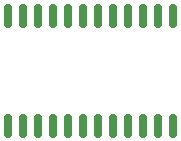
<source format=gbr>
%TF.GenerationSoftware,KiCad,Pcbnew,7.0.9-7.0.9~ubuntu22.04.1*%
%TF.CreationDate,2023-12-27T15:34:34+01:00*%
%TF.ProjectId,Z80-VDP,5a38302d-5644-4502-9e6b-696361645f70,rev?*%
%TF.SameCoordinates,Original*%
%TF.FileFunction,Paste,Top*%
%TF.FilePolarity,Positive*%
%FSLAX46Y46*%
G04 Gerber Fmt 4.6, Leading zero omitted, Abs format (unit mm)*
G04 Created by KiCad (PCBNEW 7.0.9-7.0.9~ubuntu22.04.1) date 2023-12-27 15:34:34*
%MOMM*%
%LPD*%
G01*
G04 APERTURE LIST*
G04 Aperture macros list*
%AMRoundRect*
0 Rectangle with rounded corners*
0 $1 Rounding radius*
0 $2 $3 $4 $5 $6 $7 $8 $9 X,Y pos of 4 corners*
0 Add a 4 corners polygon primitive as box body*
4,1,4,$2,$3,$4,$5,$6,$7,$8,$9,$2,$3,0*
0 Add four circle primitives for the rounded corners*
1,1,$1+$1,$2,$3*
1,1,$1+$1,$4,$5*
1,1,$1+$1,$6,$7*
1,1,$1+$1,$8,$9*
0 Add four rect primitives between the rounded corners*
20,1,$1+$1,$2,$3,$4,$5,0*
20,1,$1+$1,$4,$5,$6,$7,0*
20,1,$1+$1,$6,$7,$8,$9,0*
20,1,$1+$1,$8,$9,$2,$3,0*%
G04 Aperture macros list end*
%ADD10RoundRect,0.150000X0.150000X-0.875000X0.150000X0.875000X-0.150000X0.875000X-0.150000X-0.875000X0*%
G04 APERTURE END LIST*
D10*
%TO.C,U11*%
X91440000Y-121490000D03*
X92710000Y-121490000D03*
X93980000Y-121490000D03*
X95250000Y-121490000D03*
X96520000Y-121490000D03*
X97790000Y-121490000D03*
X99060000Y-121490000D03*
X100330000Y-121490000D03*
X101600000Y-121490000D03*
X102870000Y-121490000D03*
X104140000Y-121490000D03*
X105410000Y-121490000D03*
X105410000Y-112190000D03*
X104140000Y-112190000D03*
X102870000Y-112190000D03*
X101600000Y-112190000D03*
X100330000Y-112190000D03*
X99060000Y-112190000D03*
X97790000Y-112190000D03*
X96520000Y-112190000D03*
X95250000Y-112190000D03*
X93980000Y-112190000D03*
X92710000Y-112190000D03*
X91440000Y-112190000D03*
%TD*%
M02*

</source>
